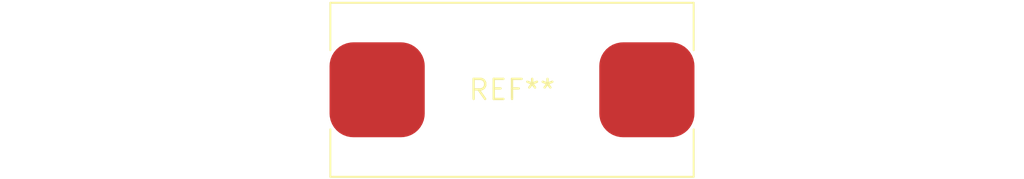
<source format=kicad_pcb>
(kicad_pcb (version 20240108) (generator pcbnew)
  (layers (0 "F.Cu" signal) (31 "B.Cu" signal) (34 "B.Paste" user) (35 "F.Paste" user) (36 "B.SilkS" user "B.Silkscreen") (37 "F.SilkS" user "F.Silkscreen") (38 "B.Mask" user) (39 "F.Mask" user) (44 "Edge.Cuts" user))
  (net 0 "")
  (footprint "Fuseholder_Cylinder-5x20mm_Schurter_OGN-SMD_Horizontal_Open" (layer "F.Cu") (at 0 0)
    (property "Reference" "REF**")
    (property "Value" "Fuseholder_Cylinder-5x20mm_Schurter_OGN-SMD_Horizontal_Open")
    (fp_line (start -11.45 -5.5) (end -11.45 -2.5) (layer "F.SilkS") (stroke (width 0.12)))
    (fp_line (start -11.45 -5.5) (end 11.45 -5.5) (layer "F.SilkS") (stroke (width 0.12)))
    (fp_line (start -11.45 5.5) (end -11.45 2.5) (layer "F.SilkS") (stroke (width 0.12)))
    (fp_line (start -11.45 5.5) (end 11.45 5.5) (layer "F.SilkS") (stroke (width 0.12)))
    (fp_line (start 11.45 -5.5) (end 11.45 -2.5) (layer "F.SilkS") (stroke (width 0.12)))
    (fp_line (start 11.45 5.5) (end 11.45 2.5) (layer "F.SilkS") (stroke (width 0.12)))
    (pad "1" smd roundrect (at -8.5 0) (size 6 6) (layers "F.Cu" "F.Paste" "F.Mask"))
    (pad "2" smd roundrect (at 8.5 0) (size 6 6) (layers "F.Cu" "F.Paste" "F.Mask"))
  )
)
</source>
